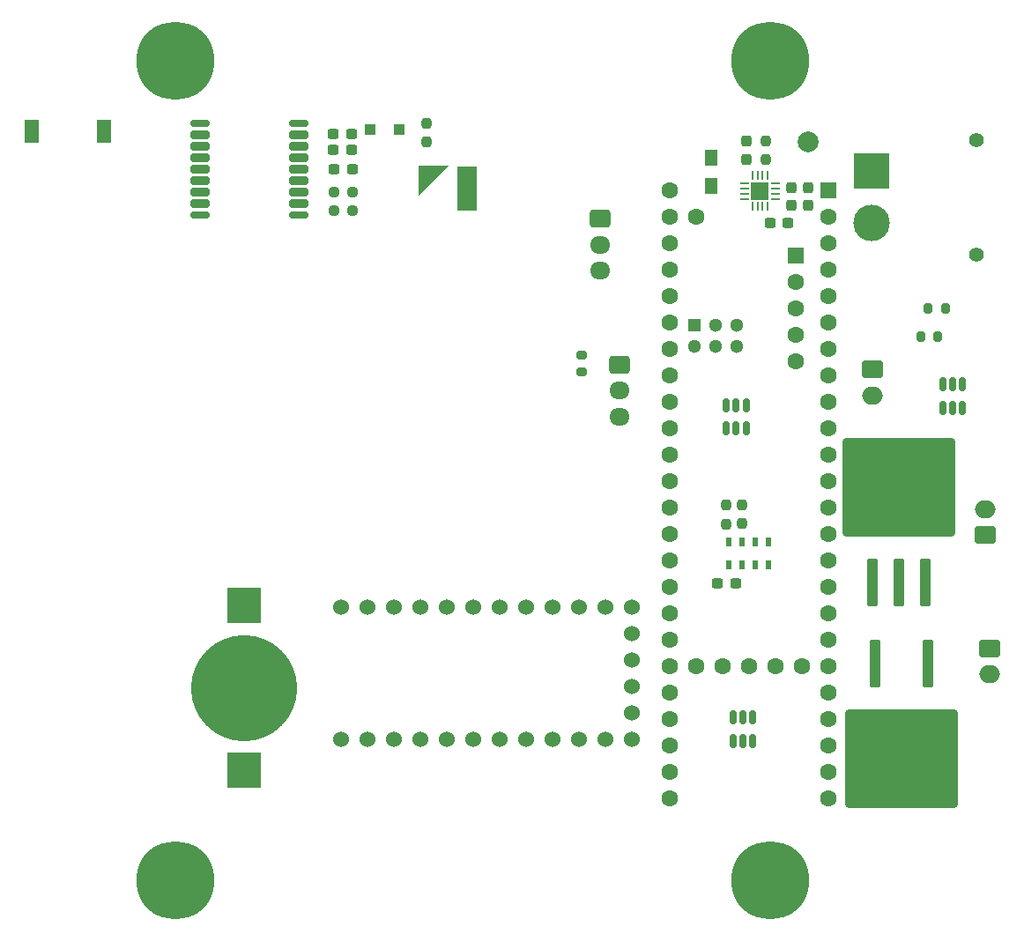
<source format=gts>
G04 #@! TF.GenerationSoftware,KiCad,Pcbnew,9.0.1*
G04 #@! TF.CreationDate,2025-10-31T13:55:31-04:00*
G04 #@! TF.ProjectId,GHOUL_V1.0,47484f55-4c5f-4563-912e-302e6b696361,rev?*
G04 #@! TF.SameCoordinates,Original*
G04 #@! TF.FileFunction,Soldermask,Top*
G04 #@! TF.FilePolarity,Negative*
%FSLAX46Y46*%
G04 Gerber Fmt 4.6, Leading zero omitted, Abs format (unit mm)*
G04 Created by KiCad (PCBNEW 9.0.1) date 2025-10-31 13:55:31*
%MOMM*%
%LPD*%
G01*
G04 APERTURE LIST*
G04 Aperture macros list*
%AMRoundRect*
0 Rectangle with rounded corners*
0 $1 Rounding radius*
0 $2 $3 $4 $5 $6 $7 $8 $9 X,Y pos of 4 corners*
0 Add a 4 corners polygon primitive as box body*
4,1,4,$2,$3,$4,$5,$6,$7,$8,$9,$2,$3,0*
0 Add four circle primitives for the rounded corners*
1,1,$1+$1,$2,$3*
1,1,$1+$1,$4,$5*
1,1,$1+$1,$6,$7*
1,1,$1+$1,$8,$9*
0 Add four rect primitives between the rounded corners*
20,1,$1+$1,$2,$3,$4,$5,0*
20,1,$1+$1,$4,$5,$6,$7,0*
20,1,$1+$1,$6,$7,$8,$9,0*
20,1,$1+$1,$8,$9,$2,$3,0*%
G04 Aperture macros list end*
%ADD10C,0.000100*%
%ADD11R,3.300000X3.500000*%
%ADD12C,10.200000*%
%ADD13RoundRect,0.237500X0.237500X-0.250000X0.237500X0.250000X-0.237500X0.250000X-0.237500X-0.250000X0*%
%ADD14RoundRect,0.237500X-0.237500X0.250000X-0.237500X-0.250000X0.237500X-0.250000X0.237500X0.250000X0*%
%ADD15RoundRect,0.062500X-0.350000X-0.062500X0.350000X-0.062500X0.350000X0.062500X-0.350000X0.062500X0*%
%ADD16RoundRect,0.062500X-0.062500X-0.350000X0.062500X-0.350000X0.062500X0.350000X-0.062500X0.350000X0*%
%ADD17R,1.680000X1.680000*%
%ADD18RoundRect,0.237500X-0.300000X-0.237500X0.300000X-0.237500X0.300000X0.237500X-0.300000X0.237500X0*%
%ADD19RoundRect,0.200000X-0.275000X0.200000X-0.275000X-0.200000X0.275000X-0.200000X0.275000X0.200000X0*%
%ADD20R,0.550000X0.950000*%
%ADD21C,7.500000*%
%ADD22RoundRect,0.250000X-0.300000X2.050000X-0.300000X-2.050000X0.300000X-2.050000X0.300000X2.050000X0*%
%ADD23RoundRect,0.250002X-5.149998X4.449998X-5.149998X-4.449998X5.149998X-4.449998X5.149998X4.449998X0*%
%ADD24RoundRect,0.200000X-0.200000X-0.275000X0.200000X-0.275000X0.200000X0.275000X-0.200000X0.275000X0*%
%ADD25RoundRect,0.150000X-0.150000X0.512500X-0.150000X-0.512500X0.150000X-0.512500X0.150000X0.512500X0*%
%ADD26RoundRect,0.237500X0.300000X0.237500X-0.300000X0.237500X-0.300000X-0.237500X0.300000X-0.237500X0*%
%ADD27RoundRect,0.250000X0.300000X-2.050000X0.300000X2.050000X-0.300000X2.050000X-0.300000X-2.050000X0*%
%ADD28RoundRect,0.250002X5.149998X-4.449998X5.149998X4.449998X-5.149998X4.449998X-5.149998X-4.449998X0*%
%ADD29R,1.362800X2.259800*%
%ADD30RoundRect,0.237500X-0.250000X-0.237500X0.250000X-0.237500X0.250000X0.237500X-0.250000X0.237500X0*%
%ADD31RoundRect,0.237500X0.237500X-0.300000X0.237500X0.300000X-0.237500X0.300000X-0.237500X-0.300000X0*%
%ADD32RoundRect,0.102000X0.850000X-2.050000X0.850000X2.050000X-0.850000X2.050000X-0.850000X-2.050000X0*%
%ADD33RoundRect,0.250000X0.750000X-0.600000X0.750000X0.600000X-0.750000X0.600000X-0.750000X-0.600000X0*%
%ADD34O,2.000000X1.700000*%
%ADD35RoundRect,0.250000X-0.750000X0.600000X-0.750000X-0.600000X0.750000X-0.600000X0.750000X0.600000X0*%
%ADD36RoundRect,0.250000X0.300000X0.300000X-0.300000X0.300000X-0.300000X-0.300000X0.300000X-0.300000X0*%
%ADD37R,1.200000X1.500000*%
%ADD38RoundRect,0.237500X-0.237500X0.300000X-0.237500X-0.300000X0.237500X-0.300000X0.237500X0.300000X0*%
%ADD39RoundRect,0.175000X0.725000X0.175000X-0.725000X0.175000X-0.725000X-0.175000X0.725000X-0.175000X0*%
%ADD40RoundRect,0.200000X0.700000X0.200000X-0.700000X0.200000X-0.700000X-0.200000X0.700000X-0.200000X0*%
%ADD41RoundRect,0.250000X-0.725000X0.600000X-0.725000X-0.600000X0.725000X-0.600000X0.725000X0.600000X0*%
%ADD42O,1.950000X1.700000*%
%ADD43C,2.000000*%
%ADD44C,1.524000*%
%ADD45C,1.400000*%
%ADD46R,3.500000X3.500000*%
%ADD47C,3.500000*%
%ADD48R,1.600000X1.600000*%
%ADD49C,1.600000*%
%ADD50R,1.300000X1.300000*%
%ADD51C,1.300000*%
G04 APERTURE END LIST*
D10*
X150200000Y-74000000D02*
X150200000Y-71200000D01*
X153000000Y-71200000D01*
X150200000Y-74000000D01*
G36*
X150200000Y-74000000D02*
G01*
X150200000Y-71200000D01*
X153000000Y-71200000D01*
X150200000Y-74000000D01*
G37*
D11*
X133476051Y-129256051D03*
X133476051Y-113456051D03*
D12*
X133476051Y-121356051D03*
D13*
X179800000Y-105612500D03*
X179800000Y-103787500D03*
D14*
X181338949Y-103746449D03*
X181338949Y-105571449D03*
D15*
X181571051Y-72856051D03*
X181571051Y-73356051D03*
X181571051Y-73856051D03*
X181571051Y-74356051D03*
D16*
X182283551Y-75068551D03*
X182783551Y-75068551D03*
X183283551Y-75068551D03*
X183783551Y-75068551D03*
D15*
X184496051Y-74356051D03*
X184496051Y-73856051D03*
X184496051Y-73356051D03*
X184496051Y-72856051D03*
D16*
X183783551Y-72143551D03*
X183283551Y-72143551D03*
X182783551Y-72143551D03*
X182283551Y-72143551D03*
D17*
X183033551Y-73606051D03*
D18*
X183991051Y-76716051D03*
X185716051Y-76716051D03*
D19*
X165900000Y-89375000D03*
X165900000Y-91025000D03*
D20*
X180061051Y-109491051D03*
X181311051Y-109491051D03*
X182561051Y-109491051D03*
X183811051Y-109491051D03*
X183811051Y-107341051D03*
X182561051Y-107341051D03*
X181311051Y-107341051D03*
X180061051Y-107341051D03*
D21*
X184046051Y-61116051D03*
D22*
X199156051Y-119036051D03*
D23*
X196616051Y-128186051D03*
D22*
X194076051Y-119036051D03*
D21*
X126896051Y-61116051D03*
D24*
X198451051Y-87616051D03*
X200101051Y-87616051D03*
D18*
X142038626Y-69685437D03*
X143763626Y-69685437D03*
D25*
X181700000Y-94162500D03*
X180750000Y-94162500D03*
X179800000Y-94162500D03*
X179800000Y-96437500D03*
X180750000Y-96437500D03*
X181700000Y-96437500D03*
D26*
X180668551Y-111296051D03*
X178943551Y-111296051D03*
D27*
X193796051Y-111206051D03*
X196336051Y-111206051D03*
D28*
X196336051Y-102056051D03*
D27*
X198876051Y-111206051D03*
D24*
X199175000Y-84900000D03*
X200825000Y-84900000D03*
D21*
X126896051Y-139856051D03*
D29*
X113037299Y-67900000D03*
X119962701Y-67900000D03*
D21*
X184046051Y-139856051D03*
D30*
X142087500Y-73750000D03*
X143912500Y-73750000D03*
D13*
X183546051Y-70598551D03*
X183546051Y-68773551D03*
D31*
X181746051Y-70548551D03*
X181746051Y-68823551D03*
D32*
X154850000Y-73350000D03*
D33*
X204700000Y-106650000D03*
D34*
X204700000Y-104150000D03*
D35*
X205100000Y-117550000D03*
D34*
X205100000Y-120050000D03*
D36*
X148400000Y-67700000D03*
X145600000Y-67700000D03*
D37*
X178346051Y-73136051D03*
X178346051Y-70436051D03*
D14*
X151000000Y-67087500D03*
X151000000Y-68912500D03*
D38*
X187613551Y-73263551D03*
X187613551Y-74988551D03*
D25*
X182350000Y-124212500D03*
X181400000Y-124212500D03*
X180450000Y-124212500D03*
X180450000Y-126487500D03*
X181400000Y-126487500D03*
X182350000Y-126487500D03*
X202500000Y-92162500D03*
X201550000Y-92162500D03*
X200600000Y-92162500D03*
X200600000Y-94437500D03*
X201550000Y-94437500D03*
X202500000Y-94437500D03*
D31*
X186053551Y-75016051D03*
X186053551Y-73291051D03*
D39*
X138750000Y-75900000D03*
D40*
X138750000Y-74800000D03*
X138750000Y-73700000D03*
X138750000Y-72600000D03*
X138750000Y-71500000D03*
X138750000Y-70400000D03*
X138750000Y-69300000D03*
X138750000Y-68200000D03*
D39*
X138750000Y-67100000D03*
X129250000Y-67100000D03*
D40*
X129250000Y-68200000D03*
X129250000Y-69300000D03*
X129250000Y-70400000D03*
X129250000Y-71500000D03*
X129250000Y-72600000D03*
X129250000Y-73700000D03*
X129250000Y-74800000D03*
D39*
X129250000Y-75900000D03*
D41*
X167640000Y-76280000D03*
D42*
X167640000Y-78780000D03*
X167640000Y-81280000D03*
D43*
X187636051Y-68896051D03*
D18*
X142038626Y-68085437D03*
X143763626Y-68085437D03*
D26*
X143862500Y-71500000D03*
X142137500Y-71500000D03*
D30*
X142087500Y-75500000D03*
X143912500Y-75500000D03*
D35*
X193826051Y-90756051D03*
D34*
X193826051Y-93256051D03*
D44*
X170726051Y-116091051D03*
X170726051Y-118631051D03*
X170726051Y-121171051D03*
X170726051Y-123711051D03*
X170726051Y-113551051D03*
X170726051Y-126251051D03*
X168186051Y-126251051D03*
X165646051Y-126251051D03*
X163106051Y-126251051D03*
X160566051Y-126251051D03*
X158026051Y-126251051D03*
X155486051Y-126251051D03*
X152946051Y-126251051D03*
X150406051Y-126251051D03*
X147866051Y-126251051D03*
X145326051Y-126251051D03*
X142786051Y-126251051D03*
X168186051Y-113551051D03*
X165646051Y-113551051D03*
X163106051Y-113551051D03*
X158026051Y-113551051D03*
X160566051Y-113551051D03*
X155486051Y-113551051D03*
X152946051Y-113551051D03*
X150406051Y-113551051D03*
X147866051Y-113551051D03*
X145326051Y-113551051D03*
X142786051Y-113551051D03*
D45*
X203786051Y-79696051D03*
X203786051Y-68696051D03*
D46*
X193786051Y-71696051D03*
D47*
X193786051Y-76696051D03*
D48*
X189556051Y-73526051D03*
D49*
X189556051Y-76066051D03*
X189556051Y-78606051D03*
X189556051Y-81146051D03*
X189556051Y-83686051D03*
X189556051Y-86226051D03*
X189556051Y-88766051D03*
X189556051Y-91306051D03*
X189556051Y-93846051D03*
X189556051Y-96386051D03*
X189556051Y-98926051D03*
X189556051Y-101466051D03*
X189556051Y-104006051D03*
X189556051Y-106546051D03*
X189556051Y-109086051D03*
X189556051Y-111626051D03*
X189556051Y-114166051D03*
X189556051Y-116706051D03*
X189556051Y-119246051D03*
X189556051Y-121786051D03*
X189556051Y-124326051D03*
X189556051Y-126866051D03*
X189556051Y-129406051D03*
X189556051Y-131946051D03*
X174316051Y-131946051D03*
X174316051Y-129406051D03*
X174316051Y-126866051D03*
X174316051Y-124326051D03*
X174316051Y-121786051D03*
X174316051Y-119246051D03*
X174316051Y-116706051D03*
X174316051Y-114166051D03*
X174316051Y-111626051D03*
X174316051Y-109086051D03*
X174316051Y-106546051D03*
X174316051Y-104006051D03*
X174316051Y-101466051D03*
X174316051Y-98926051D03*
X174316051Y-96386051D03*
X174316051Y-93846051D03*
X174316051Y-91306051D03*
X174316051Y-88766051D03*
X174316051Y-86226051D03*
X174316051Y-83686051D03*
X174316051Y-81146051D03*
X174316051Y-78606051D03*
X174316051Y-76066051D03*
X174316051Y-73526051D03*
X176856051Y-76066051D03*
X187016051Y-119246051D03*
X184476051Y-119246051D03*
X181936051Y-119246051D03*
X179396051Y-119246051D03*
X176856051Y-119246051D03*
D48*
X186505251Y-79825251D03*
D49*
X186505251Y-82365251D03*
X186505251Y-84905251D03*
X186505251Y-87445251D03*
X186505251Y-89985251D03*
D50*
X176754451Y-86496051D03*
D51*
X178754451Y-86496051D03*
X180754451Y-86496051D03*
X180754451Y-88496051D03*
X178754451Y-88496051D03*
X176754451Y-88496051D03*
D41*
X169500000Y-90266051D03*
D42*
X169500000Y-92766051D03*
X169500000Y-95266051D03*
M02*

</source>
